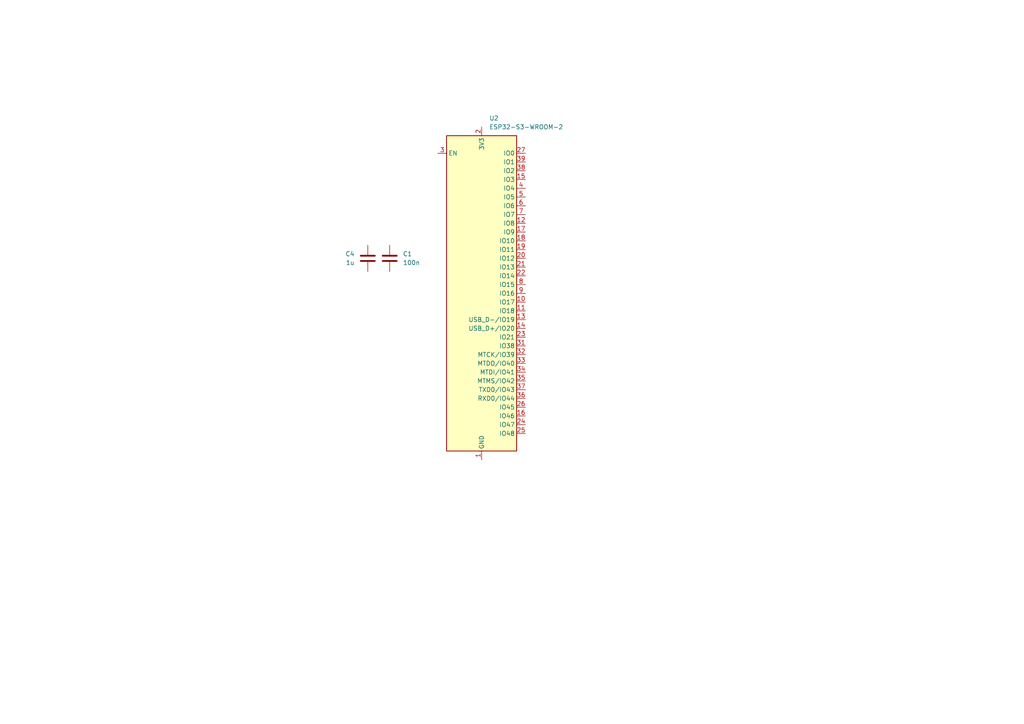
<source format=kicad_sch>
(kicad_sch (version 20231120) (generator "eeschema") (generator_version "8.0")
  (paper "A4")
  (title_block (rev "v1.0") (company "Mechatronik Schule Winterthur"))
  (lib_symbols
    (symbol "Device:C" (pin_numbers hide) (pin_names (offset 0.254))
      (property "Reference" "C" (at 0.635 2.54 0))
      (property "Value" "C" (at 0.635 -2.54 0))
      (symbol "C_0_1"
        (polyline (pts (xy -2.032 -0.762) (xy 2.032 -0.762)) (stroke (width 0.508)))
        (polyline (pts (xy -2.032 0.762) (xy 2.032 0.762)) (stroke (width 0.508)))
      )
      (symbol "C_1_1"
        (pin passive line (at 0 3.81 270) (length 2.794) (name "~") (number "1"))
        (pin passive line (at 0 -3.81 90) (length 2.794) (name "~") (number "2"))
      )
    )
    (symbol "RF_Module:ESP32-S3-WROOM-2"
      (property "Reference" "U" (at -10.16 45.72 0))
      (property "Value" "ESP32-S3-WROOM-2" (at 2.54 45.72 0))
      (symbol "ESP32-S3-WROOM-2_0_1"
        (rectangle (start -10.16 45.72) (end 10.16 -45.72) (stroke (width 0.254)) (fill (type background)))
      )
      (symbol "ESP32-S3-WROOM-2_1_1"
        (pin power_in line (at 0 -48.26 90) (length 2.54) (name "GND") (number "1"))
        (pin bidirectional line (at 12.7 -2.54 180) (length 2.54) (name "IO17") (number "10"))
        (pin bidirectional line (at 12.7 -5.08 180) (length 2.54) (name "IO18") (number "11"))
        (pin bidirectional line (at 12.7 20.32 180) (length 2.54) (name "IO8") (number "12"))
        (pin bidirectional line (at 12.7 -7.62 180) (length 2.54) (name "USB_D-/IO19") (number "13"))
        (pin bidirectional line (at 12.7 -10.16 180) (length 2.54) (name "USB_D+/IO20") (number "14"))
        (pin bidirectional line (at 12.7 33.02 180) (length 2.54) (name "IO3") (number "15"))
        (pin bidirectional line (at 12.7 -35.56 180) (length 2.54) (name "IO46") (number "16"))
        (pin bidirectional line (at 12.7 17.78 180) (length 2.54) (name "IO9") (number "17"))
        (pin bidirectional line (at 12.7 15.24 180) (length 2.54) (name "IO10") (number "18"))
        (pin bidirectional line (at 12.7 12.7 180) (length 2.54) (name "IO11") (number "19"))
        (pin power_in line (at 0 48.26 270) (length 2.54) (name "3V3") (number "2"))
        (pin bidirectional line (at 12.7 10.16 180) (length 2.54) (name "IO12") (number "20"))
        (pin bidirectional line (at 12.7 7.62 180) (length 2.54) (name "IO13") (number "21"))
        (pin bidirectional line (at 12.7 5.08 180) (length 2.54) (name "IO14") (number "22"))
        (pin bidirectional line (at 12.7 -12.7 180) (length 2.54) (name "IO21") (number "23"))
        (pin bidirectional line (at 12.7 -38.1 180) (length 2.54) (name "IO47") (number "24"))
        (pin bidirectional line (at 12.7 -40.64 180) (length 2.54) (name "IO48") (number "25"))
        (pin bidirectional line (at 12.7 -33.02 180) (length 2.54) (name "IO45") (number "26"))
        (pin bidirectional line (at 12.7 40.64 180) (length 2.54) (name "IO0") (number "27"))
        (pin no_connect line (at -10.16 -35.56 0) (length 2.54) hide (name "NC") (number "28"))
        (pin no_connect line (at -10.16 -38.1 0) (length 2.54) hide (name "NC") (number "29"))
        (pin input line (at -12.7 40.64 0) (length 2.54) (name "EN") (number "3"))
        (pin no_connect line (at -10.16 -40.64 0) (length 2.54) hide (name "NC") (number "30"))
        (pin bidirectional line (at 12.7 -15.24 180) (length 2.54) (name "IO38") (number "31"))
        (pin bidirectional line (at 12.7 -17.78 180) (length 2.54) (name "MTCK/IO39") (number "32"))
        (pin bidirectional line (at 12.7 -20.32 180) (length 2.54) (name "MTDO/IO40") (number "33"))
        (pin bidirectional line (at 12.7 -22.86 180) (length 2.54) (name "MTDI/IO41") (number "34"))
        (pin bidirectional line (at 12.7 -25.4 180) (length 2.54) (name "MTMS/IO42") (number "35"))
        (pin bidirectional line (at 12.7 -30.48 180) (length 2.54) (name "RXD0/IO44") (number "36"))
        (pin bidirectional line (at 12.7 -27.94 180) (length 2.54) (name "TXD0/IO43") (number "37"))
        (pin bidirectional line (at 12.7 35.56 180) (length 2.54) (name "IO2") (number "38"))
        (pin bidirectional line (at 12.7 38.1 180) (length 2.54) (name "IO1") (number "39"))
        (pin bidirectional line (at 12.7 30.48 180) (length 2.54) (name "IO4") (number "4"))
        (pin passive line (at 0 -48.26 90) (length 2.54) hide (name "GND") (number "40"))
        (pin passive line (at 0 -48.26 90) (length 2.54) hide (name "GND") (number "41"))
        (pin bidirectional line (at 12.7 27.94 180) (length 2.54) (name "IO5") (number "5"))
        (pin bidirectional line (at 12.7 25.4 180) (length 2.54) (name "IO6") (number "6"))
        (pin bidirectional line (at 12.7 22.86 180) (length 2.54) (name "IO7") (number "7"))
        (pin bidirectional line (at 12.7 2.54 180) (length 2.54) (name "IO15") (number "8"))
        (pin bidirectional line (at 12.7 0 180) (length 2.54) (name "IO16") (number "9"))
      )
    )
  )
  (symbol (lib_id "RF_Module:ESP32-S3-WROOM-2") (at 139.7 85.09 0) (unit 1)
    (property "Reference" "U2" (at 141.8941 34.29 0) (effects (justify left)))
    (property "Value" "ESP32-S3-WROOM-2" (at 141.8941 36.83 0) (effects (justify left)))
    (property "Footprint" "RF_Module:ESP32-S3-WROOM-2" (effects (hide yes)))
    (property "Datasheet" "https://www.espressif.com/sites/default/files/documentation/esp32-s3-wroom-2_datasheet_en.pdf" (effects (hide yes)))
    (property "Description" "RF Module, 2.4 GHz, Wi­-Fi, Bluetooth, BLE, ESP32­-S3R8V" (effects (hide yes)))
  )
  (symbol (lib_id "Device:C") (at 113.03 74.93 0) (unit 1)
    (property "Reference" "C1" (at 116.84 73.6599 0) (effects (justify left)))
    (property "Value" "100n" (at 116.84 76.1999 0) (effects (justify left)))
    (property "Footprint" "Capacitor_SMD:C_0805_2012Metric" (effects (hide yes)))
    (property "Description" "Unpolarized capacitor" (effects (hide yes)))
  )
  (symbol (lib_id "Device:C") (at 106.68 74.93 0) (mirror y) (unit 1)
    (property "Reference" "C4" (at 102.87 73.6599 0) (effects (justify left)))
    (property "Value" "1u" (at 102.87 76.1999 0) (effects (justify left)))
    (property "Footprint" "Capacitor_SMD:C_0805_2012Metric" (effects (hide yes)))
    (property "Description" "Unpolarized capacitor" (effects (hide yes)))
  )
)
</source>
